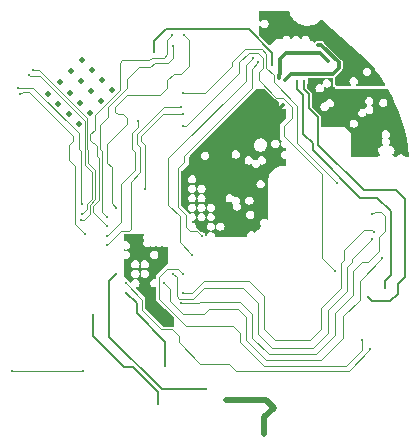
<source format=gbr>
%TF.GenerationSoftware,KiCad,Pcbnew,7.0.1*%
%TF.CreationDate,2023-12-24T21:56:23+00:00*%
%TF.ProjectId,watch_main,77617463-685f-46d6-9169-6e2e6b696361,rev?*%
%TF.SameCoordinates,Original*%
%TF.FileFunction,Copper,L6,Inr*%
%TF.FilePolarity,Positive*%
%FSLAX46Y46*%
G04 Gerber Fmt 4.6, Leading zero omitted, Abs format (unit mm)*
G04 Created by KiCad (PCBNEW 7.0.1) date 2023-12-24 21:56:23*
%MOMM*%
%LPD*%
G01*
G04 APERTURE LIST*
%TA.AperFunction,ComponentPad*%
%ADD10C,0.500000*%
%TD*%
%TA.AperFunction,ViaPad*%
%ADD11C,0.300000*%
%TD*%
%TA.AperFunction,Conductor*%
%ADD12C,0.120000*%
%TD*%
%TA.AperFunction,Conductor*%
%ADD13C,0.090000*%
%TD*%
%TA.AperFunction,Conductor*%
%ADD14C,0.300000*%
%TD*%
%TA.AperFunction,Conductor*%
%ADD15C,0.150000*%
%TD*%
%TA.AperFunction,Conductor*%
%ADD16C,0.500000*%
%TD*%
G04 APERTURE END LIST*
D10*
%TO.N,GND*%
%TO.C,U301*%
X142517157Y-85368629D03*
X141668629Y-84520101D03*
X140820101Y-83671573D03*
X139971573Y-82823045D03*
X141574584Y-86311202D03*
X140726056Y-85462674D03*
X139877528Y-84614146D03*
X139029000Y-83765618D03*
X140632011Y-87253776D03*
X139783483Y-86405248D03*
X138934954Y-85556719D03*
X138086426Y-84708191D03*
X139689437Y-88196349D03*
X138840909Y-87347821D03*
X137992381Y-86499293D03*
X137143853Y-85650765D03*
%TD*%
D11*
%TO.N,+3V3*%
X160777000Y-82906000D03*
X156697000Y-84356000D03*
%TO.N,/I2C1.SCL*%
X164529000Y-97959000D03*
%TO.N,/Bluetooth/UART_RTS*%
X135460000Y-84083000D03*
%TO.N,+VSYS*%
X160500000Y-88300000D03*
X166100000Y-87800000D03*
X163000000Y-87220000D03*
X161300000Y-85200000D03*
X159300000Y-85100000D03*
X166667500Y-89100000D03*
X165480000Y-85410000D03*
X166667500Y-89737500D03*
%TO.N,+3V3*%
X148500000Y-94500000D03*
X147320000Y-105200000D03*
X148500000Y-93700000D03*
X157000000Y-87600000D03*
X143700000Y-97700000D03*
X157000000Y-86600000D03*
X156000000Y-87600000D03*
X156500000Y-87100000D03*
X148500000Y-92900000D03*
X146900000Y-100100000D03*
X156000000Y-86600000D03*
%TO.N,/Power/PGD_1V2*%
X146100000Y-82100000D03*
X156100000Y-83200000D03*
%TO.N,VBUS*%
X157200000Y-84500000D03*
X160000000Y-81500000D03*
%TO.N,/GNSS/RST*%
X140900000Y-104400000D03*
X146400000Y-111900000D03*
%TO.N,/Flash/RSTO*%
X142100000Y-96100000D03*
X147700000Y-81600000D03*
%TO.N,/Display Power/CTRL*%
X161550000Y-93200000D03*
X148500000Y-85600000D03*
%TO.N,/FPGA/CDONE*%
X142100000Y-98500000D03*
X148400000Y-86800000D03*
%TO.N,/FPGA/CRESET_B*%
X148500000Y-87400000D03*
X145300000Y-93700000D03*
%TO.N,/Display Connector/OLED_EN*%
X161400000Y-100700000D03*
X148500000Y-88400000D03*
%TO.N,/USART1.RX*%
X147000000Y-108700000D03*
X143700000Y-102500000D03*
%TO.N,/Flash/RST*%
X148600000Y-80700000D03*
X142900000Y-95300000D03*
%TO.N,/Flash/INT*%
X147600000Y-80700000D03*
X142100000Y-96900000D03*
%TO.N,/I2C1.SDA*%
X148500000Y-102500000D03*
X164700000Y-97400000D03*
%TO.N,/I2C3.SCL*%
X164400000Y-107300000D03*
X163900000Y-94450000D03*
X165600000Y-102100000D03*
X158200000Y-84600000D03*
X143700000Y-101700000D03*
%TO.N,/I2C3.SDA*%
X163900000Y-93850000D03*
X148500000Y-100900000D03*
X158800000Y-84600000D03*
X163650000Y-106550000D03*
X164200000Y-102900000D03*
%TO.N,/I2C1.SCL*%
X147700000Y-100900000D03*
%TO.N,/LPUART1.TX*%
X140250000Y-97500000D03*
X134771000Y-85685000D03*
%TO.N,/LPUART1.RX*%
X140000000Y-95000000D03*
X134594000Y-85150000D03*
%TO.N,/Bluetooth/UART_CTS*%
X135868000Y-83678000D03*
X139858000Y-96371000D03*
%TO.N,/Bluetooth/UART_RTS*%
X140014000Y-95802000D03*
%TO.N,/STM32/LRA_EN*%
X154900000Y-83000000D03*
X150100000Y-97700000D03*
%TO.N,/STM32/HR_INT*%
X154500000Y-82600000D03*
X149312500Y-99312500D03*
%TO.N,+1V65*%
X152200000Y-111600000D03*
X156200000Y-112250000D03*
X155400000Y-114500000D03*
%TO.N,/FPGA/INT_STM*%
X142100000Y-97700000D03*
X144700000Y-88000000D03*
%TO.N,/Power/VBUS_PROTECTED*%
X155500000Y-80700000D03*
X155750000Y-81200000D03*
X161900000Y-84780000D03*
X156000000Y-80700000D03*
%TO.N,/GNSS/ANT_OFF*%
X140100000Y-109100000D03*
X134036000Y-109172000D03*
%TO.N,/GNSS/PPS*%
X150500000Y-110700000D03*
X142900000Y-100900000D03*
%TO.N,/STM32/TOUCH_INT*%
X164567000Y-95883000D03*
X148400000Y-103400000D03*
%TO.N,/STM32/TOUCH_RST*%
X165400000Y-99600000D03*
X146900000Y-101700000D03*
%TD*%
D12*
%TO.N,/GNSS/ANT_OFF*%
X134108000Y-109100000D02*
X140100000Y-109100000D01*
X134036000Y-109172000D02*
X134108000Y-109100000D01*
D13*
%TO.N,/STM32/TOUCH_INT*%
X149900000Y-103400000D02*
X148400000Y-103400000D01*
X150005000Y-103295000D02*
X149900000Y-103400000D01*
X153395000Y-103295000D02*
X150005000Y-103295000D01*
X154400000Y-104300000D02*
X153395000Y-103295000D01*
X154400000Y-106300000D02*
X154400000Y-104300000D01*
X159800000Y-107700000D02*
X155800000Y-107700000D01*
X161400000Y-106100000D02*
X159800000Y-107700000D01*
X155800000Y-107700000D02*
X154400000Y-106300000D01*
X161400000Y-104200000D02*
X161400000Y-106100000D01*
X162900000Y-100700000D02*
X162900000Y-102700000D01*
X163700000Y-99900000D02*
X162900000Y-100700000D01*
X164200000Y-99900000D02*
X163700000Y-99900000D01*
X162900000Y-102700000D02*
X161400000Y-104200000D01*
X165650000Y-96000000D02*
X165650000Y-97250000D01*
X165127000Y-97773000D02*
X165127000Y-98973000D01*
X164800000Y-95650000D02*
X165300000Y-95650000D01*
X165127000Y-98973000D02*
X164200000Y-99900000D01*
X165650000Y-97250000D02*
X165127000Y-97773000D01*
X164567000Y-95883000D02*
X164800000Y-95650000D01*
X165300000Y-95650000D02*
X165650000Y-96000000D01*
D14*
%TO.N,+3V3*%
X156697000Y-84078000D02*
X156697000Y-84356000D01*
X157250000Y-82250000D02*
X156750000Y-82750000D01*
X160157107Y-82250000D02*
X157250000Y-82250000D01*
X160777000Y-82869893D02*
X160157107Y-82250000D01*
X156750000Y-82750000D02*
X156750000Y-84025000D01*
X156750000Y-84025000D02*
X156697000Y-84078000D01*
X160777000Y-82906000D02*
X160777000Y-82869893D01*
D13*
%TO.N,/Display Connector/OLED_EN*%
X160300000Y-99600000D02*
X161400000Y-100700000D01*
X160300000Y-92458615D02*
X160300000Y-99600000D01*
X157120692Y-89279308D02*
X160300000Y-92458615D01*
X157120692Y-88379308D02*
X157120692Y-89279308D01*
X157750000Y-87750000D02*
X157120692Y-88379308D01*
X157750000Y-86750000D02*
X157750000Y-87750000D01*
X157000000Y-86000000D02*
X157750000Y-86750000D01*
X156432000Y-86000000D02*
X157000000Y-86000000D01*
X154964000Y-84532000D02*
X156432000Y-86000000D01*
X153300000Y-83000000D02*
X154100000Y-82200000D01*
X155300000Y-83500000D02*
X154964000Y-83836000D01*
X153300000Y-83900000D02*
X153300000Y-83000000D01*
X154100000Y-82200000D02*
X154900000Y-82200000D01*
X155300000Y-82600000D02*
X155300000Y-83500000D01*
X148800000Y-88400000D02*
X153300000Y-83900000D01*
X154900000Y-82200000D02*
X155300000Y-82600000D01*
X154964000Y-83836000D02*
X154964000Y-84532000D01*
X148500000Y-88400000D02*
X148800000Y-88400000D01*
%TO.N,/Bluetooth/UART_RTS*%
X136400000Y-84200000D02*
X135577000Y-84200000D01*
X135577000Y-84200000D02*
X135460000Y-84083000D01*
X140200000Y-88000000D02*
X136400000Y-84200000D01*
X140200000Y-91677279D02*
X140200000Y-88000000D01*
X140400000Y-94958615D02*
X140800000Y-94558615D01*
X140800000Y-94558615D02*
X140800000Y-92277279D01*
X140400000Y-95416000D02*
X140400000Y-94958615D01*
X140014000Y-95802000D02*
X140400000Y-95416000D01*
X140800000Y-92277279D02*
X140200000Y-91677279D01*
%TO.N,/Bluetooth/UART_CTS*%
X136378000Y-83678000D02*
X135868000Y-83678000D01*
X140405000Y-87705000D02*
X136378000Y-83678000D01*
X140505000Y-90463615D02*
X140405000Y-90363615D01*
X140405000Y-90363615D02*
X140405000Y-87705000D01*
X141100000Y-94600000D02*
X141100000Y-92100000D01*
X140650000Y-95050000D02*
X141100000Y-94600000D01*
X140505000Y-91505000D02*
X140505000Y-90463615D01*
X140650000Y-95850000D02*
X140650000Y-95050000D01*
X140129000Y-96371000D02*
X140650000Y-95850000D01*
X139858000Y-96371000D02*
X140129000Y-96371000D01*
X141100000Y-92100000D02*
X140505000Y-91505000D01*
%TO.N,/I2C1.SCL*%
X148000000Y-101200000D02*
X147700000Y-100900000D01*
X148000000Y-102800000D02*
X148000000Y-101200000D01*
X149400000Y-103000000D02*
X148200000Y-103000000D01*
X150300000Y-102100000D02*
X149400000Y-103000000D01*
X153600000Y-102100000D02*
X150300000Y-102100000D01*
X154900000Y-103400000D02*
X153600000Y-102100000D01*
X154900000Y-106000000D02*
X154900000Y-103400000D01*
X156100000Y-107200000D02*
X154900000Y-106000000D01*
X159500000Y-107200000D02*
X156100000Y-107200000D01*
X160800000Y-105900000D02*
X159500000Y-107200000D01*
X162400000Y-102400000D02*
X160800000Y-104000000D01*
X162800000Y-99900000D02*
X162400000Y-100300000D01*
X160800000Y-104000000D02*
X160800000Y-105900000D01*
X148200000Y-103000000D02*
X148000000Y-102800000D01*
X164500000Y-97988000D02*
X162800000Y-99688000D01*
X162400000Y-100300000D02*
X162400000Y-102400000D01*
X162800000Y-99688000D02*
X162800000Y-99900000D01*
%TO.N,/LPUART1.RX*%
X139905000Y-94905000D02*
X140000000Y-95000000D01*
X139905000Y-93135343D02*
X139905000Y-94905000D01*
X139900000Y-93130343D02*
X139905000Y-93135343D01*
X139700000Y-90300000D02*
X139900000Y-90500000D01*
X139700000Y-89000000D02*
X139700000Y-90300000D01*
X135850000Y-85150000D02*
X139700000Y-89000000D01*
X139900000Y-90500000D02*
X139900000Y-93130343D01*
X134594000Y-85150000D02*
X135850000Y-85150000D01*
%TO.N,/LPUART1.TX*%
X139400000Y-96650000D02*
X140250000Y-97500000D01*
X139400000Y-91800000D02*
X139400000Y-96650000D01*
X139200000Y-89700000D02*
X138905000Y-89995000D01*
X139200000Y-89200000D02*
X139200000Y-89700000D01*
X138905000Y-91305000D02*
X139400000Y-91800000D01*
X134946000Y-85510000D02*
X135510000Y-85510000D01*
X134771000Y-85685000D02*
X134946000Y-85510000D01*
X135510000Y-85510000D02*
X139200000Y-89200000D01*
X138905000Y-89995000D02*
X138905000Y-91305000D01*
D15*
%TO.N,/GNSS/RST*%
X146400000Y-110944000D02*
X146400000Y-111900000D01*
X143500000Y-108811745D02*
X144267745Y-108811745D01*
X144267745Y-108811745D02*
X146400000Y-110944000D01*
X140900000Y-104400000D02*
X140900000Y-106211745D01*
X140900000Y-106211745D02*
X143500000Y-108811745D01*
%TO.N,/GNSS/PPS*%
X142300000Y-106249000D02*
X142300000Y-101500000D01*
X142300000Y-101500000D02*
X142900000Y-100900000D01*
X146751000Y-110700000D02*
X142300000Y-106249000D01*
X150500000Y-110700000D02*
X146751000Y-110700000D01*
D13*
%TO.N,/Flash/RST*%
X142500000Y-94900000D02*
X142900000Y-95300000D01*
X142500000Y-91900000D02*
X142500000Y-94900000D01*
X142100000Y-91500000D02*
X142500000Y-91900000D01*
X143800000Y-88200000D02*
X142100000Y-89900000D01*
X143800000Y-87720207D02*
X143800000Y-88200000D01*
X143474793Y-87395000D02*
X143800000Y-87720207D01*
X142995000Y-87395000D02*
X143474793Y-87395000D01*
X142805000Y-87205000D02*
X142995000Y-87395000D01*
X142805000Y-86795000D02*
X142805000Y-87205000D01*
X143800000Y-85800000D02*
X142805000Y-86795000D01*
X146600000Y-85800000D02*
X143800000Y-85800000D01*
X147750000Y-83950000D02*
X147200000Y-84500000D01*
X149025000Y-81125000D02*
X149025000Y-83275000D01*
X148350000Y-83950000D02*
X147750000Y-83950000D01*
X147200000Y-84500000D02*
X147200000Y-85200000D01*
X142100000Y-89900000D02*
X142100000Y-91500000D01*
X148600000Y-80700000D02*
X149025000Y-81125000D01*
X149025000Y-83275000D02*
X148350000Y-83950000D01*
X147200000Y-85200000D02*
X146600000Y-85800000D01*
%TO.N,/STM32/LRA_EN*%
X149700000Y-97300000D02*
X150100000Y-97700000D01*
X149141385Y-97300000D02*
X149700000Y-97300000D01*
X148750000Y-96908615D02*
X149141385Y-97300000D01*
X148100000Y-95250000D02*
X148750000Y-95900000D01*
X148100000Y-91979307D02*
X148100000Y-95250000D01*
X148600000Y-91479307D02*
X148100000Y-91979307D01*
X154350000Y-85150000D02*
X148600000Y-90900000D01*
X154350000Y-83550000D02*
X154350000Y-85150000D01*
X148750000Y-95900000D02*
X148750000Y-96908615D01*
X154900000Y-83000000D02*
X154350000Y-83550000D01*
X148600000Y-90900000D02*
X148600000Y-91479307D01*
D14*
%TO.N,+3V3*%
X156500000Y-87100000D02*
X157000000Y-86600000D01*
D15*
%TO.N,/Power/PGD_1V2*%
X147100000Y-80200000D02*
X154100000Y-80200000D01*
X146100000Y-81200000D02*
X147100000Y-80200000D01*
X154100000Y-80200000D02*
X156100000Y-82200000D01*
X146100000Y-82100000D02*
X146100000Y-81200000D01*
X156100000Y-82200000D02*
X156100000Y-83200000D01*
D14*
%TO.N,VBUS*%
X157700000Y-84000000D02*
X161250000Y-84000000D01*
X157200000Y-84500000D02*
X157700000Y-84000000D01*
X160250000Y-81500000D02*
X160000000Y-81500000D01*
X161750000Y-83500000D02*
X161750000Y-83000000D01*
X161750000Y-83000000D02*
X160250000Y-81500000D01*
X161250000Y-84000000D02*
X161750000Y-83500000D01*
D13*
%TO.N,/Flash/RSTO*%
X146123959Y-83075000D02*
X147225000Y-83075000D01*
X143800000Y-85200000D02*
X143800000Y-84450000D01*
X147225000Y-83075000D02*
X147700000Y-82600000D01*
X147700000Y-82600000D02*
X147700000Y-81600000D01*
X143800000Y-84450000D02*
X144825000Y-83425000D01*
X142100000Y-96100000D02*
X141700000Y-95700000D01*
X142200000Y-86800000D02*
X143800000Y-85200000D01*
X141700000Y-90541385D02*
X141505000Y-90346385D01*
X144825000Y-83425000D02*
X145773959Y-83425000D01*
X142200000Y-87600000D02*
X142200000Y-86800000D01*
X141505000Y-90346385D02*
X141505000Y-88295000D01*
X145773959Y-83425000D02*
X146123959Y-83075000D01*
X141700000Y-95700000D02*
X141700000Y-90541385D01*
X141505000Y-88295000D02*
X142200000Y-87600000D01*
%TO.N,/Display Power/CTRL*%
X158200000Y-86700000D02*
X158200000Y-89850000D01*
X158200000Y-89850000D02*
X161550000Y-93200000D01*
X156200000Y-84700000D02*
X158200000Y-86700000D01*
X148500000Y-85600000D02*
X150400000Y-85600000D01*
X152700000Y-83300000D02*
X152700000Y-83000000D01*
X153790000Y-81910000D02*
X155210000Y-81910000D01*
X155600000Y-83500000D02*
X156200000Y-84100000D01*
X155210000Y-81910000D02*
X155600000Y-82300000D01*
X156200000Y-84100000D02*
X156200000Y-84700000D01*
X152700000Y-83000000D02*
X153790000Y-81910000D01*
X150400000Y-85600000D02*
X152700000Y-83300000D01*
X155600000Y-82300000D02*
X155600000Y-83500000D01*
%TO.N,/FPGA/CDONE*%
X144100000Y-93100000D02*
X144100000Y-97150000D01*
X144600000Y-89900000D02*
X144900000Y-90200000D01*
X144600000Y-89100000D02*
X144600000Y-89900000D01*
X144100000Y-97150000D02*
X143945000Y-97305000D01*
X146900000Y-86800000D02*
X144600000Y-89100000D01*
X143295000Y-97305000D02*
X142100000Y-98500000D01*
X148400000Y-86800000D02*
X146900000Y-86800000D01*
X144900000Y-90200000D02*
X144900000Y-92300000D01*
X143945000Y-97305000D02*
X143295000Y-97305000D01*
X144900000Y-92300000D02*
X144100000Y-93100000D01*
%TO.N,/FPGA/CRESET_B*%
X145300000Y-90000000D02*
X145300000Y-93700000D01*
X145000000Y-89250000D02*
X145000000Y-89700000D01*
X146850000Y-87400000D02*
X145000000Y-89250000D01*
X148500000Y-87400000D02*
X146850000Y-87400000D01*
X145000000Y-89700000D02*
X145300000Y-90000000D01*
D15*
%TO.N,/USART1.RX*%
X144600000Y-103400000D02*
X143700000Y-102500000D01*
X147000000Y-108700000D02*
X147000000Y-106649480D01*
X147000000Y-106649480D02*
X144600000Y-104249480D01*
X144600000Y-104249480D02*
X144600000Y-103400000D01*
D13*
%TO.N,/Flash/INT*%
X143400000Y-82835000D02*
X145690000Y-82835000D01*
X143217500Y-85382500D02*
X143217500Y-83017500D01*
X143217500Y-83017500D02*
X143400000Y-82835000D01*
X140941385Y-89800000D02*
X140700000Y-89558615D01*
X141400000Y-91141385D02*
X141229308Y-90970692D01*
X140700000Y-89558615D02*
X140700000Y-89100000D01*
X140905000Y-95705000D02*
X140905000Y-95136385D01*
X140905000Y-95136385D02*
X141400000Y-94641385D01*
X141100000Y-88700000D02*
X141100000Y-87500000D01*
X145690000Y-82835000D02*
X145925000Y-82600000D01*
X142100000Y-96900000D02*
X140905000Y-95705000D01*
X145925000Y-82600000D02*
X146900000Y-82600000D01*
X141229308Y-90070693D02*
X140958615Y-89800000D01*
X141100000Y-87500000D02*
X143217500Y-85382500D01*
X141229308Y-90970692D02*
X141229308Y-90070693D01*
X140958615Y-89800000D02*
X140941385Y-89800000D01*
X147200000Y-81100000D02*
X147600000Y-80700000D01*
X146900000Y-82600000D02*
X147200000Y-82300000D01*
X147200000Y-82300000D02*
X147200000Y-81100000D01*
X140700000Y-89100000D02*
X141100000Y-88700000D01*
X141400000Y-94641385D02*
X141400000Y-91141385D01*
%TO.N,/I2C1.SDA*%
X164700000Y-97400000D02*
X164698959Y-97400000D01*
X156300000Y-106500000D02*
X155400000Y-105600000D01*
X155400000Y-102800000D02*
X154100000Y-101500000D01*
X160200000Y-103800000D02*
X160200000Y-105600000D01*
X161900000Y-102100000D02*
X160200000Y-103800000D01*
X164698959Y-97400000D02*
X164498959Y-97200000D01*
X163900000Y-97200000D02*
X162200000Y-98900000D01*
X154100000Y-101500000D02*
X150300000Y-101500000D01*
X162200000Y-98900000D02*
X162200000Y-99700000D01*
X150300000Y-101500000D02*
X149300000Y-102500000D01*
X149300000Y-102500000D02*
X148500000Y-102500000D01*
X155400000Y-105600000D02*
X155400000Y-102800000D01*
X162200000Y-99700000D02*
X161900000Y-100000000D01*
X159300000Y-106500000D02*
X156300000Y-106500000D01*
X164498959Y-97200000D02*
X163900000Y-97200000D01*
X161900000Y-100000000D02*
X161900000Y-102100000D01*
X160200000Y-105600000D02*
X159300000Y-106500000D01*
%TO.N,/I2C3.SCL*%
X145100000Y-104000000D02*
X146700000Y-105600000D01*
D15*
X158700000Y-85800000D02*
X158700000Y-89050000D01*
X165600000Y-101500000D02*
X166125000Y-100975000D01*
D13*
X152400000Y-108500000D02*
X153000000Y-109100000D01*
D15*
X166125000Y-100975000D02*
X166125000Y-95625000D01*
D13*
X145100000Y-103100000D02*
X145100000Y-104000000D01*
X156205000Y-109105000D02*
X162595000Y-109105000D01*
D15*
X159500000Y-90400000D02*
X163550000Y-94450000D01*
X158700000Y-89050000D02*
X159500000Y-89850000D01*
X159500000Y-89850000D02*
X159500000Y-90400000D01*
X166125000Y-95625000D02*
X164950000Y-94450000D01*
D13*
X146700000Y-105600000D02*
X147600000Y-105600000D01*
D15*
X164950000Y-94450000D02*
X163900000Y-94450000D01*
D13*
X156200000Y-109100000D02*
X156205000Y-109105000D01*
X143700000Y-101700000D02*
X145100000Y-103100000D01*
D15*
X165600000Y-102100000D02*
X165600000Y-101500000D01*
D13*
X147600000Y-105600000D02*
X148200000Y-106200000D01*
D15*
X163550000Y-94450000D02*
X163900000Y-94450000D01*
X158200000Y-84600000D02*
X158200000Y-85300000D01*
D13*
X148200000Y-106700000D02*
X150000000Y-108500000D01*
X153000000Y-109100000D02*
X156200000Y-109100000D01*
X150000000Y-108500000D02*
X152400000Y-108500000D01*
D15*
X158200000Y-85300000D02*
X158700000Y-85800000D01*
D13*
X148200000Y-106200000D02*
X148200000Y-106700000D01*
X162595000Y-109105000D02*
X164400000Y-107300000D01*
D15*
%TO.N,/I2C3.SDA*%
X166700000Y-102600000D02*
X166100000Y-103200000D01*
X163900000Y-93850000D02*
X166600000Y-93850000D01*
D13*
X148795000Y-105295000D02*
X152795000Y-105295000D01*
D15*
X166700000Y-101750000D02*
X166700000Y-102600000D01*
X159200000Y-85700000D02*
X159200000Y-86850000D01*
D13*
X152795000Y-105295000D02*
X153400000Y-105900000D01*
D15*
X167300000Y-101150000D02*
X166700000Y-101750000D01*
X164500000Y-103200000D02*
X164200000Y-102900000D01*
X160000000Y-90000000D02*
X163850000Y-93850000D01*
D13*
X146500000Y-103000000D02*
X148795000Y-105295000D01*
D15*
X160000000Y-87650000D02*
X160000000Y-90000000D01*
X158800000Y-84600000D02*
X158800000Y-85300000D01*
D13*
X162300000Y-108700000D02*
X163650000Y-107350000D01*
X147200000Y-100500000D02*
X146500000Y-101200000D01*
D15*
X166600000Y-93850000D02*
X167300000Y-94550000D01*
X159200000Y-86850000D02*
X160000000Y-87650000D01*
X166100000Y-103200000D02*
X164500000Y-103200000D01*
D13*
X146500000Y-101200000D02*
X146500000Y-103000000D01*
D15*
X167300000Y-94550000D02*
X167300000Y-101150000D01*
D13*
X155400000Y-108700000D02*
X162300000Y-108700000D01*
X148100000Y-100500000D02*
X147200000Y-100500000D01*
X153400000Y-106700000D02*
X155400000Y-108700000D01*
D15*
X163850000Y-93850000D02*
X163900000Y-93850000D01*
X158800000Y-85300000D02*
X159200000Y-85700000D01*
D13*
X153400000Y-105900000D02*
X153400000Y-106700000D01*
X163650000Y-107350000D02*
X163650000Y-106550000D01*
X148500000Y-100900000D02*
X148100000Y-100500000D01*
%TO.N,/STM32/HR_INT*%
X153850000Y-83250000D02*
X154500000Y-82600000D01*
X148250000Y-96050000D02*
X147300000Y-95100000D01*
X147300000Y-91100000D02*
X153850000Y-84550000D01*
X147300000Y-95100000D02*
X147300000Y-91100000D01*
X153850000Y-84550000D02*
X153850000Y-83250000D01*
X148250000Y-98250000D02*
X148250000Y-96050000D01*
X149312500Y-99312500D02*
X148250000Y-98250000D01*
D16*
%TO.N,+1V65*%
X155550000Y-111600000D02*
X156200000Y-112250000D01*
X155400000Y-114500000D02*
X155400000Y-113050000D01*
X155400000Y-113050000D02*
X156200000Y-112250000D01*
X152200000Y-111600000D02*
X155550000Y-111600000D01*
D13*
%TO.N,/FPGA/INT_STM*%
X144200000Y-90300000D02*
X144500000Y-90600000D01*
X144700000Y-88500000D02*
X144200000Y-89000000D01*
X144500000Y-90600000D02*
X144500000Y-92100000D01*
X144500000Y-92100000D02*
X143300000Y-93300000D01*
X144200000Y-89000000D02*
X144200000Y-90300000D01*
X143300000Y-93300000D02*
X143300000Y-96500000D01*
X143300000Y-96500000D02*
X142100000Y-97700000D01*
X144700000Y-88000000D02*
X144700000Y-88500000D01*
%TO.N,/STM32/TOUCH_RST*%
X165398959Y-99600000D02*
X163500000Y-101498959D01*
X163500000Y-101498959D02*
X163500000Y-103098959D01*
X165400000Y-99600000D02*
X165398959Y-99600000D01*
X150700000Y-103900000D02*
X150300000Y-104300000D01*
X147400000Y-103200000D02*
X147400000Y-102200000D01*
X162100000Y-106300000D02*
X160200000Y-108200000D01*
X163500000Y-103098959D02*
X162100000Y-104498959D01*
X153900000Y-104600000D02*
X153200000Y-103900000D01*
X148500000Y-104300000D02*
X147400000Y-103200000D01*
X155600000Y-108200000D02*
X153900000Y-106500000D01*
X162100000Y-104498959D02*
X162100000Y-106300000D01*
X150300000Y-104300000D02*
X148500000Y-104300000D01*
X153900000Y-106500000D02*
X153900000Y-104600000D01*
X147400000Y-102200000D02*
X146900000Y-101700000D01*
X153200000Y-103900000D02*
X150700000Y-103900000D01*
X160200000Y-108200000D02*
X155600000Y-108200000D01*
%TD*%
%TA.AperFunction,Conductor*%
%TO.N,/Power/VBUS_PROTECTED*%
G36*
X157516028Y-78667334D02*
G01*
X157541635Y-78710190D01*
X157552179Y-78763712D01*
X157630254Y-78981745D01*
X157739853Y-79185772D01*
X157878534Y-79371246D01*
X158043229Y-79534070D01*
X158230280Y-79670622D01*
X158331879Y-79723710D01*
X158435541Y-79777876D01*
X158654455Y-79853454D01*
X158882166Y-79895676D01*
X159113623Y-79903608D01*
X159343690Y-79877073D01*
X159567265Y-79816660D01*
X159779385Y-79723709D01*
X159975347Y-79600281D01*
X160150802Y-79449117D01*
X160164745Y-79432905D01*
X160176616Y-79419101D01*
X160208783Y-79397330D01*
X160247547Y-79394851D01*
X160282225Y-79412347D01*
X164328533Y-83054024D01*
X164336535Y-83062453D01*
X164776349Y-83605477D01*
X164778623Y-83608435D01*
X165202664Y-84189603D01*
X165204785Y-84192668D01*
X165599017Y-84794508D01*
X165600966Y-84797654D01*
X165619947Y-84830087D01*
X165654204Y-84888623D01*
X165664336Y-84925673D01*
X165654531Y-84962811D01*
X165627431Y-84990031D01*
X165590337Y-85000000D01*
X163274334Y-85000000D01*
X163233222Y-84987529D01*
X163205967Y-84954319D01*
X163201756Y-84911563D01*
X163222008Y-84873674D01*
X163241985Y-84853697D01*
X163265595Y-84830087D01*
X163316000Y-84731161D01*
X163333369Y-84621500D01*
X163316000Y-84511839D01*
X163265595Y-84412913D01*
X163187087Y-84334405D01*
X163088161Y-84284000D01*
X162978500Y-84266631D01*
X162978499Y-84266631D01*
X162923669Y-84275315D01*
X162868839Y-84284000D01*
X162839959Y-84298715D01*
X162769912Y-84334405D01*
X162691405Y-84412912D01*
X162671988Y-84451021D01*
X162641000Y-84511839D01*
X162623631Y-84621500D01*
X162641000Y-84731161D01*
X162682855Y-84813306D01*
X162691405Y-84830087D01*
X162734992Y-84873674D01*
X162755244Y-84911563D01*
X162751033Y-84954319D01*
X162723778Y-84987529D01*
X162682666Y-85000000D01*
X161626334Y-85000000D01*
X161598015Y-84994367D01*
X161574008Y-84978326D01*
X161508587Y-84912905D01*
X161445905Y-84880967D01*
X161416405Y-84853697D01*
X161405500Y-84815032D01*
X161405500Y-84374499D01*
X161400510Y-84336597D01*
X161400202Y-84334254D01*
X161398688Y-84328607D01*
X161398688Y-84290305D01*
X161417839Y-84257131D01*
X161422762Y-84252207D01*
X161422765Y-84252206D01*
X161431767Y-84243202D01*
X161445131Y-84232618D01*
X161455952Y-84225919D01*
X161474144Y-84201827D01*
X161480857Y-84194112D01*
X161874969Y-83800000D01*
X163755131Y-83800000D01*
X163772500Y-83909661D01*
X163822905Y-84008587D01*
X163901413Y-84087095D01*
X164000339Y-84137500D01*
X164110000Y-84154869D01*
X164219661Y-84137500D01*
X164318587Y-84087095D01*
X164397095Y-84008587D01*
X164447500Y-83909661D01*
X164464869Y-83800000D01*
X164447500Y-83690339D01*
X164397095Y-83591413D01*
X164318587Y-83512905D01*
X164219661Y-83462500D01*
X164110000Y-83445131D01*
X164000339Y-83462500D01*
X163967673Y-83479144D01*
X163901412Y-83512905D01*
X163822905Y-83591412D01*
X163801220Y-83633973D01*
X163772500Y-83690339D01*
X163755131Y-83800000D01*
X161874969Y-83800000D01*
X161919289Y-83755680D01*
X161931641Y-83746795D01*
X161934226Y-83743958D01*
X161934228Y-83743958D01*
X161966260Y-83708819D01*
X161968578Y-83706391D01*
X161982174Y-83692797D01*
X161983218Y-83691272D01*
X161989585Y-83683234D01*
X162009916Y-83660933D01*
X162014514Y-83649063D01*
X162022465Y-83633977D01*
X162029657Y-83623480D01*
X162036568Y-83594094D01*
X162039592Y-83584328D01*
X162050500Y-83556173D01*
X162050500Y-83543448D01*
X162052466Y-83526504D01*
X162055379Y-83514118D01*
X162051210Y-83484234D01*
X162050500Y-83474009D01*
X162050500Y-83061088D01*
X162052950Y-83046067D01*
X162050820Y-82999999D01*
X162050578Y-82994772D01*
X162050500Y-82991357D01*
X162050500Y-82972157D01*
X162050160Y-82970340D01*
X162048977Y-82960153D01*
X162047585Y-82930008D01*
X162042442Y-82918360D01*
X162037398Y-82902070D01*
X162035061Y-82889567D01*
X162019174Y-82863908D01*
X162014402Y-82854855D01*
X162002206Y-82827234D01*
X161993204Y-82818232D01*
X161982616Y-82804864D01*
X161975918Y-82794047D01*
X161951841Y-82775865D01*
X161944110Y-82769138D01*
X160505681Y-81330710D01*
X160496793Y-81318357D01*
X160493958Y-81315772D01*
X160458844Y-81283761D01*
X160456372Y-81281401D01*
X160442794Y-81267823D01*
X160441267Y-81266777D01*
X160433239Y-81260418D01*
X160410933Y-81240083D01*
X160399065Y-81235486D01*
X160383979Y-81227535D01*
X160373480Y-81220343D01*
X160344108Y-81213435D01*
X160334321Y-81210404D01*
X160306174Y-81199500D01*
X160306173Y-81199500D01*
X160293447Y-81199500D01*
X160276505Y-81197534D01*
X160271397Y-81196332D01*
X160264117Y-81194620D01*
X160234234Y-81198790D01*
X160224009Y-81199500D01*
X160200044Y-81199500D01*
X160166449Y-81191435D01*
X160166406Y-81191413D01*
X160109661Y-81162500D01*
X160000000Y-81145131D01*
X159999999Y-81145131D01*
X159945169Y-81153815D01*
X159890339Y-81162500D01*
X159870713Y-81172500D01*
X159791412Y-81212905D01*
X159704617Y-81299701D01*
X159702800Y-81297884D01*
X159684333Y-81316348D01*
X159639164Y-81323498D01*
X159598418Y-81302736D01*
X159518587Y-81222905D01*
X159500001Y-81213435D01*
X159419661Y-81172500D01*
X159315507Y-81156003D01*
X159274759Y-81135241D01*
X159253996Y-81094491D01*
X159248929Y-81062500D01*
X159237500Y-80990339D01*
X159187095Y-80891413D01*
X159108587Y-80812905D01*
X159009661Y-80762500D01*
X158900000Y-80745131D01*
X158899999Y-80745131D01*
X158866462Y-80750443D01*
X158790339Y-80762500D01*
X158758423Y-80778762D01*
X158691412Y-80812905D01*
X158612905Y-80891412D01*
X158578165Y-80959595D01*
X158550895Y-80989095D01*
X158512230Y-81000000D01*
X158487770Y-81000000D01*
X158449105Y-80989095D01*
X158421835Y-80959595D01*
X158387094Y-80891412D01*
X158308587Y-80812905D01*
X158308586Y-80812904D01*
X158209661Y-80762500D01*
X158100000Y-80745131D01*
X158099999Y-80745131D01*
X158066462Y-80750443D01*
X157990339Y-80762500D01*
X157958423Y-80778762D01*
X157891412Y-80812905D01*
X157812905Y-80891412D01*
X157778165Y-80959595D01*
X157750895Y-80989095D01*
X157712230Y-81000000D01*
X157687770Y-81000000D01*
X157649105Y-80989095D01*
X157621835Y-80959595D01*
X157587094Y-80891412D01*
X157508587Y-80812905D01*
X157508586Y-80812904D01*
X157409661Y-80762500D01*
X157300000Y-80745131D01*
X157299999Y-80745131D01*
X157266462Y-80750443D01*
X157190339Y-80762500D01*
X157158423Y-80778762D01*
X157091412Y-80812905D01*
X157012905Y-80891412D01*
X156978165Y-80959595D01*
X156950895Y-80989095D01*
X156912230Y-81000000D01*
X156500000Y-81000000D01*
X156021674Y-81478326D01*
X155997667Y-81494367D01*
X155969348Y-81500000D01*
X155749558Y-81500000D01*
X155721239Y-81494367D01*
X155697232Y-81478326D01*
X155364037Y-81145131D01*
X155021673Y-80802767D01*
X155005633Y-80778762D01*
X155000000Y-80750443D01*
X155000000Y-79956353D01*
X155015887Y-79910540D01*
X155056725Y-79884398D01*
X155104981Y-79889150D01*
X155139934Y-79922758D01*
X155142903Y-79928585D01*
X155142905Y-79928586D01*
X155142905Y-79928587D01*
X155221413Y-80007095D01*
X155320339Y-80057500D01*
X155430000Y-80074869D01*
X155539661Y-80057500D01*
X155638587Y-80007095D01*
X155717095Y-79928587D01*
X155767500Y-79829661D01*
X155784869Y-79720000D01*
X155767500Y-79610339D01*
X155717095Y-79511413D01*
X155638587Y-79432905D01*
X155539661Y-79382500D01*
X155430000Y-79365131D01*
X155320339Y-79382500D01*
X155270876Y-79407702D01*
X155221412Y-79432905D01*
X155142903Y-79511414D01*
X155139934Y-79517242D01*
X155104981Y-79550850D01*
X155056725Y-79555602D01*
X155015887Y-79529460D01*
X155000000Y-79483647D01*
X155000000Y-78724494D01*
X155009914Y-78687494D01*
X155037000Y-78660408D01*
X155074000Y-78650494D01*
X157469031Y-78650494D01*
X157516028Y-78667334D01*
G37*
%TD.AperFunction*%
%TD*%
%TA.AperFunction,Conductor*%
%TO.N,+VSYS*%
G36*
X160606612Y-84316387D02*
G01*
X160632754Y-84357225D01*
X160628001Y-84405481D01*
X160594394Y-84440435D01*
X160590341Y-84442499D01*
X160590339Y-84442500D01*
X160523755Y-84476425D01*
X160491412Y-84492905D01*
X160412905Y-84571412D01*
X160398340Y-84599999D01*
X160362500Y-84670339D01*
X160345131Y-84780000D01*
X160347673Y-84796052D01*
X160348518Y-84801382D01*
X160343796Y-84841276D01*
X160318926Y-84872825D01*
X160281236Y-84886730D01*
X160241835Y-84878893D01*
X160209661Y-84862500D01*
X160100000Y-84845131D01*
X159990339Y-84862500D01*
X159958166Y-84878893D01*
X159891412Y-84912905D01*
X159812905Y-84991412D01*
X159787702Y-85040876D01*
X159762500Y-85090339D01*
X159745131Y-85200000D01*
X159762500Y-85309661D01*
X159812905Y-85408587D01*
X159891413Y-85487095D01*
X159990339Y-85537500D01*
X160100000Y-85554869D01*
X160209661Y-85537500D01*
X160308587Y-85487095D01*
X160387095Y-85408587D01*
X160437500Y-85309661D01*
X160454869Y-85200000D01*
X160451481Y-85178613D01*
X160456202Y-85138724D01*
X160481073Y-85107174D01*
X160518763Y-85093269D01*
X160558162Y-85101105D01*
X160590339Y-85117500D01*
X160700000Y-85134869D01*
X160809661Y-85117500D01*
X160908587Y-85067095D01*
X160987095Y-84988587D01*
X161037500Y-84889661D01*
X161054869Y-84780000D01*
X161037500Y-84670339D01*
X160987095Y-84571413D01*
X160908587Y-84492905D01*
X160809661Y-84442500D01*
X160809657Y-84442499D01*
X160805606Y-84440435D01*
X160771999Y-84405481D01*
X160767246Y-84357225D01*
X160793388Y-84316387D01*
X160839201Y-84300500D01*
X161176000Y-84300500D01*
X161213000Y-84310414D01*
X161240086Y-84337500D01*
X161250000Y-84374500D01*
X161250000Y-85250000D01*
X165823258Y-85250000D01*
X165860069Y-85259806D01*
X165887125Y-85286624D01*
X165964350Y-85418583D01*
X165966153Y-85421849D01*
X166297775Y-86060300D01*
X166299411Y-86063654D01*
X166598431Y-86718012D01*
X166599895Y-86721443D01*
X166786204Y-87190339D01*
X166858155Y-87371426D01*
X166865548Y-87390031D01*
X166866836Y-87393528D01*
X166902491Y-87498383D01*
X167098448Y-88074655D01*
X167099560Y-88078216D01*
X167296549Y-88770164D01*
X167297480Y-88773777D01*
X167459343Y-89474784D01*
X167460090Y-89478440D01*
X167586405Y-90186675D01*
X167586968Y-90190364D01*
X167677429Y-90904116D01*
X167677804Y-90907824D01*
X167678758Y-90920404D01*
X167670841Y-90959721D01*
X167643575Y-90989132D01*
X167604970Y-91000000D01*
X167356163Y-91000000D01*
X167317498Y-90989095D01*
X167290228Y-90959595D01*
X167274594Y-90928912D01*
X167196087Y-90850405D01*
X167185736Y-90845131D01*
X167097161Y-90800000D01*
X166987500Y-90782631D01*
X166877839Y-90800000D01*
X166828375Y-90825202D01*
X166778912Y-90850405D01*
X166700405Y-90928912D01*
X166684772Y-90959595D01*
X166657502Y-90989095D01*
X166618837Y-91000000D01*
X166456163Y-91000000D01*
X166417498Y-90989095D01*
X166390228Y-90959595D01*
X166374594Y-90928912D01*
X166287799Y-90842117D01*
X166288755Y-90841160D01*
X166272534Y-90826167D01*
X166261628Y-90787500D01*
X166272534Y-90748833D01*
X166288755Y-90733839D01*
X166287799Y-90732883D01*
X166296087Y-90724595D01*
X166374595Y-90646087D01*
X166425000Y-90547161D01*
X166442369Y-90437500D01*
X166425000Y-90327839D01*
X166374595Y-90228913D01*
X166296087Y-90150405D01*
X166197161Y-90100000D01*
X166087500Y-90082631D01*
X166087499Y-90082631D01*
X166058708Y-90087191D01*
X166039813Y-90090183D01*
X165994642Y-90083029D01*
X165962303Y-90050690D01*
X165955149Y-90005518D01*
X165975911Y-89964770D01*
X165994595Y-89946087D01*
X166045000Y-89847161D01*
X166062369Y-89737500D01*
X166045000Y-89627839D01*
X165994595Y-89528913D01*
X165936757Y-89471075D01*
X165917605Y-89437903D01*
X165917605Y-89399597D01*
X165936758Y-89366424D01*
X165957644Y-89345538D01*
X165994595Y-89308587D01*
X166045000Y-89209661D01*
X166062369Y-89100000D01*
X166045000Y-88990339D01*
X165994595Y-88891413D01*
X165916087Y-88812905D01*
X165817161Y-88762500D01*
X165707500Y-88745131D01*
X165597839Y-88762500D01*
X165579267Y-88771963D01*
X165498912Y-88812905D01*
X165420405Y-88891412D01*
X165395202Y-88940875D01*
X165370000Y-88990339D01*
X165352631Y-89100000D01*
X165370000Y-89209661D01*
X165420405Y-89308587D01*
X165478243Y-89366425D01*
X165497394Y-89399596D01*
X165497395Y-89437901D01*
X165478242Y-89471075D01*
X165420405Y-89528912D01*
X165395202Y-89578376D01*
X165370000Y-89627839D01*
X165352631Y-89737500D01*
X165370000Y-89847161D01*
X165396324Y-89898825D01*
X165420405Y-89946087D01*
X165431085Y-89956767D01*
X165450714Y-89991818D01*
X165449137Y-90031960D01*
X165426818Y-90065363D01*
X165390336Y-90082182D01*
X165387500Y-90082631D01*
X165277838Y-90100000D01*
X165277839Y-90100000D01*
X165178912Y-90150405D01*
X165100405Y-90228912D01*
X165075202Y-90278375D01*
X165050000Y-90327839D01*
X165032631Y-90437500D01*
X165050000Y-90547161D01*
X165088404Y-90622534D01*
X165100405Y-90646087D01*
X165187201Y-90732883D01*
X165186244Y-90733839D01*
X165202467Y-90748836D01*
X165213371Y-90787500D01*
X165202467Y-90826164D01*
X165186244Y-90841160D01*
X165187201Y-90842117D01*
X165100405Y-90928912D01*
X165084772Y-90959595D01*
X165057502Y-90989095D01*
X165018837Y-91000000D01*
X162824000Y-91000000D01*
X162787000Y-90990086D01*
X162759914Y-90963000D01*
X162750000Y-90926000D01*
X162750000Y-89000000D01*
X162250000Y-88500000D01*
X160299500Y-88500000D01*
X160262500Y-88490086D01*
X160235414Y-88463000D01*
X160225500Y-88426000D01*
X160225500Y-88180000D01*
X162645131Y-88180000D01*
X162662500Y-88289661D01*
X162712905Y-88388587D01*
X162791413Y-88467095D01*
X162890339Y-88517500D01*
X163000000Y-88534869D01*
X163109661Y-88517500D01*
X163208587Y-88467095D01*
X163287095Y-88388587D01*
X163337500Y-88289661D01*
X163354869Y-88180000D01*
X163337500Y-88070339D01*
X163287095Y-87971413D01*
X163208587Y-87892905D01*
X163109661Y-87842500D01*
X163000000Y-87825131D01*
X162890339Y-87842500D01*
X162840876Y-87867702D01*
X162791412Y-87892905D01*
X162712905Y-87971412D01*
X162687702Y-88020875D01*
X162662500Y-88070339D01*
X162645131Y-88180000D01*
X160225500Y-88180000D01*
X160225500Y-87657861D01*
X160225601Y-87653988D01*
X160225623Y-87653558D01*
X160227700Y-87613936D01*
X160218968Y-87591190D01*
X160215670Y-87580054D01*
X160210607Y-87556231D01*
X160205611Y-87549355D01*
X160196392Y-87532376D01*
X160193346Y-87524441D01*
X160176118Y-87507213D01*
X160168583Y-87498391D01*
X160154260Y-87478677D01*
X160154259Y-87478676D01*
X160154258Y-87478675D01*
X160146896Y-87474425D01*
X160131571Y-87462666D01*
X159968905Y-87300000D01*
X163345131Y-87300000D01*
X163362500Y-87409661D01*
X163412905Y-87508587D01*
X163491413Y-87587095D01*
X163590339Y-87637500D01*
X163700000Y-87654869D01*
X163809661Y-87637500D01*
X163908587Y-87587095D01*
X163987095Y-87508587D01*
X164037500Y-87409661D01*
X164043556Y-87371423D01*
X164064318Y-87330676D01*
X164105068Y-87309913D01*
X164150238Y-87317067D01*
X164190339Y-87337500D01*
X164300000Y-87354869D01*
X164409661Y-87337500D01*
X164508587Y-87287095D01*
X164587095Y-87208587D01*
X164637500Y-87109661D01*
X164654869Y-87000000D01*
X164637500Y-86890339D01*
X164587095Y-86791413D01*
X164508587Y-86712905D01*
X164494906Y-86705934D01*
X164465407Y-86678665D01*
X164454502Y-86640000D01*
X164465407Y-86601335D01*
X164494906Y-86574065D01*
X164508587Y-86567095D01*
X164587095Y-86488587D01*
X164616946Y-86430000D01*
X165125131Y-86430000D01*
X165142500Y-86539661D01*
X165192905Y-86638587D01*
X165271413Y-86717095D01*
X165370339Y-86767500D01*
X165480000Y-86784869D01*
X165589661Y-86767500D01*
X165688587Y-86717095D01*
X165767095Y-86638587D01*
X165817500Y-86539661D01*
X165834869Y-86430000D01*
X165817500Y-86320339D01*
X165767095Y-86221413D01*
X165688587Y-86142905D01*
X165589661Y-86092500D01*
X165480000Y-86075131D01*
X165370339Y-86092500D01*
X165341624Y-86107131D01*
X165271412Y-86142905D01*
X165192905Y-86221412D01*
X165176601Y-86253412D01*
X165142500Y-86320339D01*
X165125131Y-86430000D01*
X164616946Y-86430000D01*
X164637500Y-86389661D01*
X164654869Y-86280000D01*
X164637500Y-86170339D01*
X164587095Y-86071413D01*
X164508587Y-85992905D01*
X164409661Y-85942500D01*
X164300000Y-85925131D01*
X164190339Y-85942500D01*
X164140876Y-85967702D01*
X164091412Y-85992905D01*
X164012905Y-86071412D01*
X163994706Y-86107131D01*
X163962500Y-86170339D01*
X163945131Y-86280000D01*
X163962500Y-86389661D01*
X164012905Y-86488587D01*
X164091414Y-86567096D01*
X164105093Y-86574066D01*
X164134593Y-86601335D01*
X164145497Y-86640000D01*
X164134593Y-86678665D01*
X164105093Y-86705934D01*
X164091414Y-86712903D01*
X164012905Y-86791412D01*
X163998906Y-86818888D01*
X163962500Y-86890339D01*
X163962499Y-86890340D01*
X163962500Y-86890340D01*
X163956444Y-86928574D01*
X163935680Y-86969323D01*
X163894931Y-86990086D01*
X163849761Y-86982932D01*
X163809661Y-86962500D01*
X163700000Y-86945131D01*
X163590339Y-86962500D01*
X163550239Y-86982932D01*
X163491412Y-87012905D01*
X163412905Y-87091412D01*
X163410959Y-87095232D01*
X163362500Y-87190339D01*
X163345131Y-87300000D01*
X159968905Y-87300000D01*
X159447174Y-86778269D01*
X159431133Y-86754262D01*
X159429490Y-86746000D01*
X160174131Y-86746000D01*
X160191500Y-86855661D01*
X160241905Y-86954587D01*
X160320413Y-87033095D01*
X160419339Y-87083500D01*
X160529000Y-87100869D01*
X160638661Y-87083500D01*
X160737587Y-87033095D01*
X160816095Y-86954587D01*
X160866094Y-86856456D01*
X160898433Y-86824118D01*
X160931453Y-86818888D01*
X160931424Y-86818702D01*
X160942998Y-86816868D01*
X160943000Y-86816869D01*
X161052661Y-86799500D01*
X161151587Y-86749095D01*
X161230095Y-86670587D01*
X161280500Y-86571661D01*
X161297869Y-86462000D01*
X161280500Y-86352339D01*
X161230095Y-86253413D01*
X161151587Y-86174905D01*
X161052661Y-86124500D01*
X160943000Y-86107131D01*
X160833339Y-86124500D01*
X160797217Y-86142905D01*
X160734412Y-86174905D01*
X160655905Y-86253412D01*
X160605907Y-86351541D01*
X160573570Y-86383879D01*
X160540546Y-86389111D01*
X160540576Y-86389298D01*
X160529001Y-86391131D01*
X160419339Y-86408500D01*
X160377143Y-86430000D01*
X160320412Y-86458905D01*
X160241905Y-86537412D01*
X160226782Y-86567094D01*
X160191500Y-86636339D01*
X160174131Y-86746000D01*
X159429490Y-86746000D01*
X159425500Y-86725943D01*
X159425500Y-85707842D01*
X159425601Y-85703969D01*
X159425623Y-85703532D01*
X159427699Y-85663936D01*
X159418969Y-85641195D01*
X159415671Y-85630059D01*
X159410607Y-85606233D01*
X159410607Y-85606232D01*
X159405608Y-85599352D01*
X159396390Y-85582374D01*
X159393345Y-85574440D01*
X159376118Y-85557212D01*
X159368583Y-85548391D01*
X159354260Y-85528677D01*
X159354259Y-85528676D01*
X159354258Y-85528675D01*
X159346896Y-85524425D01*
X159331571Y-85512666D01*
X159047174Y-85228269D01*
X159031133Y-85204262D01*
X159025500Y-85175943D01*
X159025500Y-84900834D01*
X159031133Y-84872515D01*
X159047174Y-84848508D01*
X159065595Y-84830087D01*
X159087095Y-84808587D01*
X159137500Y-84709661D01*
X159154869Y-84600000D01*
X159137500Y-84490339D01*
X159095595Y-84408095D01*
X159089147Y-84359114D01*
X159114961Y-84316991D01*
X159161530Y-84300500D01*
X160560799Y-84300500D01*
X160606612Y-84316387D01*
G37*
%TD.AperFunction*%
%TD*%
%TA.AperFunction,Conductor*%
%TO.N,+3V3*%
G36*
X155503261Y-85262887D02*
G01*
X156310514Y-86070140D01*
X156310513Y-86070140D01*
X156361859Y-86121485D01*
X156361860Y-86121486D01*
X156363619Y-86121957D01*
X156383345Y-86133345D01*
X156666168Y-86416168D01*
X156678513Y-86440397D01*
X156674260Y-86467254D01*
X156662500Y-86490337D01*
X156645131Y-86600000D01*
X156662499Y-86709661D01*
X156712902Y-86808584D01*
X156791415Y-86887097D01*
X156890338Y-86937500D01*
X156905332Y-86939874D01*
X157000000Y-86954869D01*
X157109661Y-86937500D01*
X157132744Y-86925738D01*
X157159600Y-86921485D01*
X157183830Y-86933830D01*
X157237113Y-86987113D01*
X157250000Y-87018226D01*
X157250000Y-87731774D01*
X157237113Y-87762887D01*
X156750000Y-88250000D01*
X156750000Y-89500000D01*
X156884422Y-89634422D01*
X156896766Y-89658650D01*
X156892513Y-89685508D01*
X156839099Y-89790341D01*
X156821731Y-89899999D01*
X156839099Y-90009661D01*
X156889502Y-90108584D01*
X156968015Y-90187097D01*
X157066938Y-90237500D01*
X157176599Y-90254869D01*
X157176599Y-90254868D01*
X157176600Y-90254869D01*
X157184983Y-90253541D01*
X157199116Y-90251303D01*
X157223896Y-90254565D01*
X157242901Y-90270797D01*
X157250000Y-90294761D01*
X157250000Y-90442739D01*
X157242901Y-90466703D01*
X157223896Y-90482935D01*
X157199116Y-90486197D01*
X157176599Y-90482630D01*
X157066938Y-90499999D01*
X156968015Y-90550402D01*
X156889502Y-90628915D01*
X156839099Y-90727838D01*
X156821731Y-90837499D01*
X156839099Y-90947161D01*
X156889502Y-91046084D01*
X156968015Y-91124597D01*
X157066938Y-91175000D01*
X157176599Y-91192369D01*
X157176599Y-91192368D01*
X157176600Y-91192369D01*
X157189423Y-91190338D01*
X157199116Y-91188803D01*
X157223896Y-91192065D01*
X157242901Y-91208297D01*
X157250000Y-91232261D01*
X157250000Y-91705500D01*
X157237113Y-91736613D01*
X157206000Y-91749500D01*
X157018202Y-91749500D01*
X157018180Y-91749502D01*
X156947649Y-91749502D01*
X156745467Y-91781523D01*
X156550783Y-91844781D01*
X156368397Y-91937710D01*
X156202784Y-92058035D01*
X156058037Y-92202782D01*
X155937711Y-92368395D01*
X155844782Y-92550781D01*
X155781524Y-92745465D01*
X155749502Y-92947646D01*
X155749502Y-92993827D01*
X155749501Y-96324593D01*
X155736614Y-96355706D01*
X155705501Y-96368593D01*
X155674388Y-96355706D01*
X155618584Y-96299902D01*
X155519661Y-96249499D01*
X155410000Y-96232131D01*
X155300338Y-96249499D01*
X155201415Y-96299902D01*
X155122902Y-96378415D01*
X155072499Y-96477338D01*
X155055131Y-96587000D01*
X155072499Y-96696661D01*
X155122902Y-96795584D01*
X155134705Y-96807387D01*
X155147592Y-96838500D01*
X155134705Y-96869613D01*
X155107357Y-96896960D01*
X155056954Y-96995883D01*
X155039932Y-97103357D01*
X155027587Y-97127587D01*
X155003357Y-97139932D01*
X154895883Y-97156954D01*
X154796960Y-97207357D01*
X154718447Y-97285870D01*
X154668044Y-97384793D01*
X154666162Y-97396680D01*
X154650394Y-97423991D01*
X154620401Y-97433736D01*
X154591591Y-97420909D01*
X154508584Y-97337902D01*
X154409661Y-97287499D01*
X154300000Y-97270131D01*
X154190338Y-97287499D01*
X154091415Y-97337902D01*
X154012902Y-97416415D01*
X153962499Y-97515338D01*
X153945131Y-97625000D01*
X153956870Y-97699117D01*
X153953608Y-97723896D01*
X153937376Y-97742902D01*
X153913412Y-97750000D01*
X151298467Y-97750000D01*
X151274503Y-97742902D01*
X151258272Y-97723898D01*
X151256029Y-97706871D01*
X151255959Y-97706883D01*
X151252655Y-97686025D01*
X151237500Y-97590339D01*
X151237500Y-97590338D01*
X151187097Y-97491415D01*
X151108584Y-97412902D01*
X151009661Y-97362499D01*
X150900000Y-97345131D01*
X150790338Y-97362499D01*
X150691415Y-97412902D01*
X150612902Y-97491415D01*
X150562500Y-97590338D01*
X150545632Y-97696832D01*
X150529864Y-97724143D01*
X150499871Y-97733888D01*
X150471061Y-97721061D01*
X150465894Y-97715894D01*
X150453549Y-97691664D01*
X150437500Y-97590338D01*
X150387097Y-97491415D01*
X150308584Y-97412902D01*
X150209661Y-97362500D01*
X150108334Y-97346450D01*
X150084105Y-97334105D01*
X149665894Y-96915894D01*
X149657796Y-96899999D01*
X150545131Y-96899999D01*
X150562499Y-97009661D01*
X150612902Y-97108584D01*
X150691415Y-97187097D01*
X150790338Y-97237500D01*
X150805332Y-97239874D01*
X150900000Y-97254869D01*
X151009661Y-97237500D01*
X151053416Y-97215206D01*
X151108584Y-97187097D01*
X151108584Y-97187096D01*
X151108587Y-97187095D01*
X151187095Y-97108587D01*
X151237500Y-97009661D01*
X151254869Y-96900000D01*
X151254869Y-96899999D01*
X151345131Y-96899999D01*
X151362499Y-97009661D01*
X151412902Y-97108584D01*
X151491415Y-97187097D01*
X151590338Y-97237500D01*
X151605332Y-97239874D01*
X151700000Y-97254869D01*
X151809661Y-97237500D01*
X151853416Y-97215206D01*
X151908584Y-97187097D01*
X151908584Y-97187096D01*
X151908587Y-97187095D01*
X151987095Y-97108587D01*
X152037500Y-97009661D01*
X152054869Y-96900000D01*
X152037500Y-96790339D01*
X152037500Y-96790338D01*
X151987097Y-96691415D01*
X151908584Y-96612902D01*
X151809661Y-96562499D01*
X151700000Y-96545131D01*
X151590338Y-96562499D01*
X151491415Y-96612902D01*
X151412902Y-96691415D01*
X151362499Y-96790338D01*
X151345131Y-96899999D01*
X151254869Y-96899999D01*
X151237500Y-96790339D01*
X151237500Y-96790338D01*
X151187097Y-96691415D01*
X151108584Y-96612902D01*
X151009661Y-96562499D01*
X150900000Y-96545131D01*
X150790338Y-96562499D01*
X150691415Y-96612902D01*
X150612902Y-96691415D01*
X150562499Y-96790338D01*
X150545131Y-96899999D01*
X149657796Y-96899999D01*
X149653549Y-96891664D01*
X149637500Y-96790338D01*
X149587097Y-96691415D01*
X149508584Y-96612902D01*
X149409661Y-96562500D01*
X149308334Y-96546450D01*
X149284105Y-96534105D01*
X149278938Y-96528938D01*
X149266111Y-96500128D01*
X149275857Y-96470135D01*
X149303167Y-96454367D01*
X149409661Y-96437500D01*
X149409660Y-96437500D01*
X149508584Y-96387097D01*
X149508584Y-96387096D01*
X149508587Y-96387095D01*
X149587095Y-96308587D01*
X149591521Y-96299902D01*
X149637500Y-96209661D01*
X149641074Y-96187095D01*
X149654869Y-96100000D01*
X149745131Y-96100000D01*
X149762499Y-96209661D01*
X149812902Y-96308584D01*
X149891415Y-96387097D01*
X149990338Y-96437500D01*
X150005332Y-96439874D01*
X150100000Y-96454869D01*
X150209661Y-96437500D01*
X150209660Y-96437500D01*
X150308584Y-96387097D01*
X150308584Y-96387096D01*
X150308587Y-96387095D01*
X150387095Y-96308587D01*
X150391521Y-96299902D01*
X150437500Y-96209661D01*
X150441074Y-96187095D01*
X150454869Y-96100000D01*
X150545131Y-96100000D01*
X150562499Y-96209661D01*
X150612902Y-96308584D01*
X150691415Y-96387097D01*
X150790338Y-96437500D01*
X150805332Y-96439874D01*
X150900000Y-96454869D01*
X151009661Y-96437500D01*
X151009660Y-96437500D01*
X151108584Y-96387097D01*
X151108584Y-96387096D01*
X151108587Y-96387095D01*
X151187095Y-96308587D01*
X151191521Y-96299902D01*
X151237500Y-96209661D01*
X151241074Y-96187095D01*
X151254869Y-96100000D01*
X151237500Y-95990339D01*
X151237500Y-95990338D01*
X151191471Y-95899999D01*
X153865131Y-95899999D01*
X153882499Y-96009661D01*
X153932902Y-96108584D01*
X154011415Y-96187097D01*
X154110338Y-96237500D01*
X154125332Y-96239874D01*
X154220000Y-96254869D01*
X154329661Y-96237500D01*
X154340198Y-96232131D01*
X154428584Y-96187097D01*
X154428584Y-96187096D01*
X154428587Y-96187095D01*
X154507095Y-96108587D01*
X154511471Y-96100000D01*
X154557500Y-96009661D01*
X154560560Y-95990339D01*
X154574869Y-95900000D01*
X154557500Y-95790339D01*
X154557500Y-95790338D01*
X154507097Y-95691415D01*
X154428584Y-95612902D01*
X154329661Y-95562499D01*
X154220000Y-95545131D01*
X154110338Y-95562499D01*
X154011415Y-95612902D01*
X153932902Y-95691415D01*
X153882499Y-95790338D01*
X153865131Y-95899999D01*
X151191471Y-95899999D01*
X151187097Y-95891415D01*
X151108584Y-95812902D01*
X151009661Y-95762499D01*
X150900000Y-95745131D01*
X150790338Y-95762499D01*
X150691415Y-95812902D01*
X150612902Y-95891415D01*
X150562499Y-95990338D01*
X150545131Y-96100000D01*
X150454869Y-96100000D01*
X150437500Y-95990339D01*
X150437500Y-95990338D01*
X150387097Y-95891415D01*
X150308584Y-95812902D01*
X150209661Y-95762499D01*
X150100000Y-95745131D01*
X149990338Y-95762499D01*
X149891415Y-95812902D01*
X149812902Y-95891415D01*
X149762499Y-95990338D01*
X149745131Y-96100000D01*
X149654869Y-96100000D01*
X149637500Y-95990339D01*
X149637500Y-95990338D01*
X149587097Y-95891415D01*
X149508584Y-95812902D01*
X149409661Y-95762499D01*
X149300000Y-95745131D01*
X149190338Y-95762499D01*
X149091415Y-95812902D01*
X149075113Y-95829205D01*
X149044000Y-95842092D01*
X149012887Y-95829205D01*
X149000000Y-95798092D01*
X149000000Y-95750001D01*
X149000000Y-95750000D01*
X148550000Y-95300000D01*
X148945131Y-95300000D01*
X148962499Y-95409661D01*
X149012902Y-95508584D01*
X149091415Y-95587097D01*
X149190338Y-95637500D01*
X149205332Y-95639874D01*
X149300000Y-95654869D01*
X149409661Y-95637500D01*
X149457938Y-95612902D01*
X149508584Y-95587097D01*
X149508584Y-95587096D01*
X149508587Y-95587095D01*
X149587095Y-95508587D01*
X149637500Y-95409661D01*
X149654869Y-95300000D01*
X149654869Y-95299999D01*
X149745131Y-95299999D01*
X149762499Y-95409661D01*
X149812902Y-95508584D01*
X149891415Y-95587097D01*
X149990338Y-95637500D01*
X150005332Y-95639874D01*
X150100000Y-95654869D01*
X150209661Y-95637500D01*
X150257938Y-95612902D01*
X150308584Y-95587097D01*
X150308584Y-95587096D01*
X150308587Y-95587095D01*
X150387095Y-95508587D01*
X150437500Y-95409661D01*
X150454869Y-95300000D01*
X150454869Y-95299999D01*
X150545131Y-95299999D01*
X150562499Y-95409661D01*
X150612902Y-95508584D01*
X150691415Y-95587097D01*
X150790338Y-95637500D01*
X150805332Y-95639874D01*
X150900000Y-95654869D01*
X151009661Y-95637500D01*
X151057938Y-95612902D01*
X151108584Y-95587097D01*
X151108584Y-95587096D01*
X151108587Y-95587095D01*
X151187095Y-95508587D01*
X151237500Y-95409661D01*
X151254869Y-95300000D01*
X151237500Y-95190339D01*
X151237500Y-95190338D01*
X151187097Y-95091415D01*
X151108584Y-95012902D01*
X151009661Y-94962499D01*
X150900000Y-94945131D01*
X150790338Y-94962499D01*
X150691415Y-95012902D01*
X150612902Y-95091415D01*
X150562499Y-95190338D01*
X150545131Y-95299999D01*
X150454869Y-95299999D01*
X150437500Y-95190339D01*
X150437500Y-95190338D01*
X150387097Y-95091415D01*
X150308584Y-95012902D01*
X150209661Y-94962499D01*
X150100000Y-94945131D01*
X149990338Y-94962499D01*
X149891415Y-95012902D01*
X149812902Y-95091415D01*
X149762499Y-95190338D01*
X149745131Y-95299999D01*
X149654869Y-95299999D01*
X149637500Y-95190339D01*
X149637500Y-95190338D01*
X149587097Y-95091415D01*
X149508584Y-95012902D01*
X149409661Y-94962499D01*
X149300000Y-94945131D01*
X149190338Y-94962499D01*
X149091415Y-95012902D01*
X149012902Y-95091415D01*
X148962499Y-95190338D01*
X148945131Y-95300000D01*
X148550000Y-95300000D01*
X148412887Y-95162887D01*
X148400000Y-95131774D01*
X148400000Y-94499999D01*
X148945131Y-94499999D01*
X148962499Y-94609661D01*
X149012902Y-94708584D01*
X149091415Y-94787097D01*
X149190338Y-94837500D01*
X149205332Y-94839874D01*
X149300000Y-94854869D01*
X149409661Y-94837500D01*
X149462872Y-94810388D01*
X149508584Y-94787097D01*
X149508584Y-94787096D01*
X149508587Y-94787095D01*
X149587095Y-94708587D01*
X149591471Y-94700000D01*
X149637500Y-94609661D01*
X149640560Y-94590339D01*
X149654869Y-94500000D01*
X149654869Y-94499999D01*
X149745131Y-94499999D01*
X149762499Y-94609661D01*
X149812902Y-94708584D01*
X149891415Y-94787097D01*
X149990338Y-94837500D01*
X150005332Y-94839874D01*
X150100000Y-94854869D01*
X150209661Y-94837500D01*
X150262872Y-94810388D01*
X150308584Y-94787097D01*
X150308584Y-94787096D01*
X150308587Y-94787095D01*
X150387095Y-94708587D01*
X150391471Y-94700000D01*
X150437500Y-94609661D01*
X150440560Y-94590339D01*
X150454869Y-94500000D01*
X150454869Y-94499999D01*
X152145131Y-94499999D01*
X152162499Y-94609661D01*
X152212902Y-94708584D01*
X152291415Y-94787097D01*
X152390338Y-94837500D01*
X152405332Y-94839874D01*
X152500000Y-94854869D01*
X152609661Y-94837500D01*
X152623667Y-94830363D01*
X152645943Y-94825628D01*
X152667604Y-94832666D01*
X152682845Y-94849592D01*
X152706279Y-94895583D01*
X152712905Y-94908587D01*
X152784505Y-94980187D01*
X152796849Y-95004415D01*
X152792595Y-95031273D01*
X152762499Y-95090338D01*
X152745131Y-95199999D01*
X152762499Y-95309661D01*
X152812902Y-95408584D01*
X152891415Y-95487097D01*
X152990338Y-95537500D01*
X153005332Y-95539874D01*
X153100000Y-95554869D01*
X153209661Y-95537500D01*
X153209660Y-95537500D01*
X153308584Y-95487097D01*
X153308584Y-95487096D01*
X153308587Y-95487095D01*
X153387095Y-95408587D01*
X153437500Y-95309661D01*
X153454869Y-95200000D01*
X153440250Y-95107707D01*
X153437500Y-95090338D01*
X153387097Y-94991415D01*
X153315495Y-94919813D01*
X153303150Y-94895583D01*
X153307403Y-94868727D01*
X153337500Y-94809661D01*
X153354869Y-94700000D01*
X153354869Y-94699999D01*
X153795131Y-94699999D01*
X153812499Y-94809661D01*
X153862902Y-94908584D01*
X153941415Y-94987097D01*
X154040338Y-95037500D01*
X154055332Y-95039874D01*
X154150000Y-95054869D01*
X154259661Y-95037500D01*
X154307938Y-95012902D01*
X154358584Y-94987097D01*
X154358584Y-94987096D01*
X154358587Y-94987095D01*
X154437095Y-94908587D01*
X154439779Y-94903321D01*
X154487500Y-94809661D01*
X154491074Y-94787095D01*
X154504869Y-94700000D01*
X154487500Y-94590339D01*
X154487500Y-94590338D01*
X154437097Y-94491415D01*
X154358584Y-94412902D01*
X154259661Y-94362499D01*
X154150000Y-94345131D01*
X154040338Y-94362499D01*
X153941415Y-94412902D01*
X153862902Y-94491415D01*
X153812499Y-94590338D01*
X153795131Y-94699999D01*
X153354869Y-94699999D01*
X153337500Y-94590339D01*
X153337500Y-94590338D01*
X153287097Y-94491415D01*
X153208584Y-94412902D01*
X153109661Y-94362499D01*
X153000000Y-94345131D01*
X152890339Y-94362499D01*
X152876330Y-94369637D01*
X152842759Y-94372277D01*
X152817154Y-94350407D01*
X152787095Y-94291413D01*
X152708587Y-94212905D01*
X152708584Y-94212902D01*
X152609661Y-94162499D01*
X152500000Y-94145131D01*
X152390338Y-94162499D01*
X152291415Y-94212902D01*
X152212902Y-94291415D01*
X152162499Y-94390338D01*
X152145131Y-94499999D01*
X150454869Y-94499999D01*
X150437500Y-94390339D01*
X150437500Y-94390338D01*
X150387097Y-94291415D01*
X150308584Y-94212902D01*
X150209661Y-94162499D01*
X150100000Y-94145131D01*
X149990338Y-94162499D01*
X149891415Y-94212902D01*
X149812902Y-94291415D01*
X149762499Y-94390338D01*
X149745131Y-94499999D01*
X149654869Y-94499999D01*
X149637500Y-94390339D01*
X149637500Y-94390338D01*
X149587097Y-94291415D01*
X149508584Y-94212902D01*
X149409661Y-94162499D01*
X149300000Y-94145131D01*
X149190338Y-94162499D01*
X149091415Y-94212902D01*
X149012902Y-94291415D01*
X148962499Y-94390338D01*
X148945131Y-94499999D01*
X148400000Y-94499999D01*
X148400000Y-93700000D01*
X148945131Y-93700000D01*
X148962499Y-93809661D01*
X149012902Y-93908584D01*
X149091415Y-93987097D01*
X149190338Y-94037500D01*
X149205332Y-94039874D01*
X149300000Y-94054869D01*
X149409661Y-94037500D01*
X149409660Y-94037500D01*
X149508584Y-93987097D01*
X149508584Y-93987096D01*
X149508587Y-93987095D01*
X149587095Y-93908587D01*
X149637500Y-93809661D01*
X149654869Y-93700000D01*
X149745131Y-93700000D01*
X149762499Y-93809661D01*
X149812902Y-93908584D01*
X149891415Y-93987097D01*
X149990338Y-94037500D01*
X150005332Y-94039874D01*
X150100000Y-94054869D01*
X150209661Y-94037500D01*
X150209660Y-94037500D01*
X150308584Y-93987097D01*
X150308584Y-93987096D01*
X150308587Y-93987095D01*
X150387095Y-93908587D01*
X150437500Y-93809661D01*
X150454869Y-93700000D01*
X150437500Y-93590339D01*
X150437500Y-93590338D01*
X150387097Y-93491415D01*
X150308584Y-93412902D01*
X150209661Y-93362499D01*
X150100000Y-93345131D01*
X149990338Y-93362499D01*
X149891415Y-93412902D01*
X149812902Y-93491415D01*
X149762499Y-93590338D01*
X149745131Y-93700000D01*
X149654869Y-93700000D01*
X149637500Y-93590339D01*
X149637500Y-93590338D01*
X149587097Y-93491415D01*
X149508584Y-93412902D01*
X149409661Y-93362499D01*
X149300000Y-93345131D01*
X149190338Y-93362499D01*
X149091415Y-93412902D01*
X149012902Y-93491415D01*
X148962499Y-93590338D01*
X148945131Y-93700000D01*
X148400000Y-93700000D01*
X148400000Y-93299999D01*
X154745131Y-93299999D01*
X154762499Y-93409661D01*
X154812902Y-93508584D01*
X154891415Y-93587097D01*
X154990338Y-93637500D01*
X155005332Y-93639874D01*
X155100000Y-93654869D01*
X155209661Y-93637500D01*
X155209660Y-93637500D01*
X155308584Y-93587097D01*
X155308584Y-93587096D01*
X155308587Y-93587095D01*
X155387095Y-93508587D01*
X155437500Y-93409661D01*
X155454869Y-93300000D01*
X155437500Y-93190339D01*
X155437500Y-93190338D01*
X155387097Y-93091415D01*
X155308584Y-93012902D01*
X155209661Y-92962499D01*
X155100000Y-92945131D01*
X154990338Y-92962499D01*
X154891415Y-93012902D01*
X154812902Y-93091415D01*
X154762499Y-93190338D01*
X154745131Y-93299999D01*
X148400000Y-93299999D01*
X148400000Y-92899999D01*
X148945131Y-92899999D01*
X148962499Y-93009661D01*
X149012902Y-93108584D01*
X149091415Y-93187097D01*
X149190338Y-93237500D01*
X149205332Y-93239874D01*
X149300000Y-93254869D01*
X149409661Y-93237500D01*
X149409661Y-93237499D01*
X149508584Y-93187097D01*
X149508584Y-93187096D01*
X149508587Y-93187095D01*
X149587095Y-93108587D01*
X149616947Y-93050000D01*
X149637500Y-93009661D01*
X149640008Y-92993827D01*
X149654869Y-92900000D01*
X149637500Y-92790339D01*
X149637500Y-92790338D01*
X149587097Y-92691415D01*
X149508584Y-92612902D01*
X149409661Y-92562499D01*
X149300000Y-92545131D01*
X149190338Y-92562499D01*
X149091415Y-92612902D01*
X149012902Y-92691415D01*
X148962499Y-92790338D01*
X148945131Y-92899999D01*
X148400000Y-92899999D01*
X148400000Y-92218226D01*
X148412887Y-92187113D01*
X148690500Y-91909500D01*
X149000000Y-91600000D01*
X149000000Y-91300000D01*
X153745131Y-91300000D01*
X153762499Y-91409661D01*
X153812902Y-91508584D01*
X153891415Y-91587097D01*
X153990338Y-91637500D01*
X154005332Y-91639874D01*
X154100000Y-91654869D01*
X154209661Y-91637500D01*
X154308587Y-91587095D01*
X154308588Y-91587093D01*
X154311011Y-91585859D01*
X154337870Y-91581605D01*
X154362100Y-91593950D01*
X154374445Y-91618180D01*
X154384499Y-91681661D01*
X154434902Y-91780584D01*
X154513415Y-91859097D01*
X154612338Y-91909500D01*
X154627332Y-91911874D01*
X154722000Y-91926869D01*
X154831661Y-91909500D01*
X154917479Y-91865774D01*
X154930584Y-91859097D01*
X154930584Y-91859096D01*
X154930587Y-91859095D01*
X155009095Y-91780587D01*
X155024934Y-91749502D01*
X155059498Y-91681664D01*
X155059500Y-91681661D01*
X155060194Y-91677273D01*
X155069456Y-91656469D01*
X155087883Y-91643080D01*
X155110535Y-91640699D01*
X155125569Y-91643080D01*
X155200000Y-91654869D01*
X155309661Y-91637500D01*
X155347579Y-91618180D01*
X155408584Y-91587097D01*
X155408584Y-91587096D01*
X155408587Y-91587095D01*
X155487095Y-91508587D01*
X155537500Y-91409661D01*
X155554869Y-91300000D01*
X155537822Y-91192369D01*
X155537500Y-91190338D01*
X155487097Y-91091415D01*
X155408584Y-91012902D01*
X155309661Y-90962499D01*
X155200000Y-90945131D01*
X155090338Y-90962499D01*
X154991415Y-91012902D01*
X154912902Y-91091415D01*
X154862499Y-91190337D01*
X154861804Y-91194729D01*
X154844207Y-91223440D01*
X154811463Y-91231300D01*
X154722000Y-91217131D01*
X154612340Y-91234499D01*
X154510987Y-91286140D01*
X154484128Y-91290393D01*
X154459899Y-91278047D01*
X154447554Y-91253818D01*
X154444494Y-91234500D01*
X154437822Y-91192369D01*
X154437500Y-91190338D01*
X154387097Y-91091415D01*
X154308584Y-91012902D01*
X154209661Y-90962499D01*
X154100000Y-90945131D01*
X153990338Y-90962499D01*
X153891415Y-91012902D01*
X153812902Y-91091415D01*
X153762499Y-91190338D01*
X153745131Y-91300000D01*
X149000000Y-91300000D01*
X149000000Y-91018226D01*
X149012887Y-90987113D01*
X149100001Y-90899999D01*
X150045131Y-90899999D01*
X150062499Y-91009661D01*
X150112902Y-91108584D01*
X150191415Y-91187097D01*
X150290338Y-91237500D01*
X150305332Y-91239874D01*
X150400000Y-91254869D01*
X150509661Y-91237500D01*
X150521829Y-91231300D01*
X150608584Y-91187097D01*
X150608584Y-91187096D01*
X150608587Y-91187095D01*
X150687095Y-91108587D01*
X150709970Y-91063693D01*
X150737500Y-91009661D01*
X150741071Y-90987113D01*
X150754869Y-90900000D01*
X150739030Y-90800000D01*
X152645131Y-90800000D01*
X152662499Y-90909661D01*
X152712902Y-91008584D01*
X152791415Y-91087097D01*
X152890338Y-91137500D01*
X152905332Y-91139874D01*
X153000000Y-91154869D01*
X153109661Y-91137500D01*
X153134989Y-91124595D01*
X153208584Y-91087097D01*
X153208584Y-91087096D01*
X153208587Y-91087095D01*
X153287095Y-91008587D01*
X153298037Y-90987113D01*
X153337500Y-90909661D01*
X153339030Y-90899999D01*
X153354869Y-90800000D01*
X153339874Y-90705332D01*
X153337500Y-90690338D01*
X153287097Y-90591415D01*
X153208584Y-90512902D01*
X153109661Y-90462499D01*
X153000000Y-90445131D01*
X152890338Y-90462499D01*
X152791415Y-90512902D01*
X152712902Y-90591415D01*
X152662499Y-90690338D01*
X152645131Y-90800000D01*
X150739030Y-90800000D01*
X150737500Y-90790339D01*
X150737500Y-90790338D01*
X150687097Y-90691415D01*
X150608584Y-90612902D01*
X150509661Y-90562499D01*
X150400000Y-90545131D01*
X150290338Y-90562499D01*
X150191415Y-90612902D01*
X150112902Y-90691415D01*
X150062499Y-90790338D01*
X150045131Y-90899999D01*
X149100001Y-90899999D01*
X149961752Y-90038248D01*
X154543385Y-90038248D01*
X154574443Y-90187707D01*
X154644669Y-90323239D01*
X154644671Y-90323241D01*
X154748862Y-90434802D01*
X154801321Y-90466703D01*
X154879288Y-90514116D01*
X155026274Y-90555300D01*
X155026276Y-90555300D01*
X155140585Y-90555300D01*
X155140587Y-90555300D01*
X155253827Y-90539735D01*
X155393838Y-90478920D01*
X155438310Y-90442739D01*
X155512249Y-90382585D01*
X155600278Y-90257876D01*
X155651397Y-90114041D01*
X155661814Y-89961749D01*
X155643788Y-89875000D01*
X155998131Y-89875000D01*
X156015499Y-89984661D01*
X156065902Y-90083584D01*
X156144415Y-90162097D01*
X156243338Y-90212500D01*
X156258332Y-90214874D01*
X156353000Y-90229869D01*
X156462661Y-90212500D01*
X156462660Y-90212500D01*
X156561584Y-90162097D01*
X156561584Y-90162096D01*
X156561587Y-90162095D01*
X156640095Y-90083587D01*
X156690500Y-89984661D01*
X156707869Y-89875000D01*
X156690500Y-89765339D01*
X156690500Y-89765338D01*
X156640097Y-89666415D01*
X156561584Y-89587902D01*
X156462661Y-89537499D01*
X156353000Y-89520131D01*
X156243338Y-89537499D01*
X156144415Y-89587902D01*
X156065902Y-89666415D01*
X156015499Y-89765338D01*
X155998131Y-89875000D01*
X155643788Y-89875000D01*
X155630757Y-89812293D01*
X155568122Y-89691413D01*
X155560530Y-89676760D01*
X155543616Y-89658650D01*
X155456338Y-89565198D01*
X155456335Y-89565196D01*
X155325911Y-89485883D01*
X155178926Y-89444700D01*
X155178924Y-89444700D01*
X155064615Y-89444700D01*
X155064613Y-89444700D01*
X154951372Y-89460264D01*
X154811361Y-89521079D01*
X154692952Y-89617413D01*
X154604921Y-89742126D01*
X154553802Y-89885959D01*
X154543385Y-90038248D01*
X149961752Y-90038248D01*
X154737113Y-85262887D01*
X154768226Y-85250000D01*
X155472148Y-85250000D01*
X155503261Y-85262887D01*
G37*
%TD.AperFunction*%
%TD*%
%TA.AperFunction,Conductor*%
%TO.N,+3V3*%
G36*
X145217204Y-97512886D02*
G01*
X145223205Y-97518887D01*
X145236092Y-97549998D01*
X145223206Y-97581111D01*
X145212903Y-97591414D01*
X145162499Y-97690338D01*
X145145131Y-97800000D01*
X145162499Y-97909661D01*
X145212902Y-98008584D01*
X145223205Y-98018887D01*
X145236092Y-98050000D01*
X145223205Y-98081113D01*
X145212902Y-98091415D01*
X145162499Y-98190338D01*
X145145131Y-98300000D01*
X145162499Y-98409661D01*
X145212902Y-98508584D01*
X145291415Y-98587097D01*
X145390338Y-98637500D01*
X145405332Y-98639874D01*
X145500000Y-98654869D01*
X145609661Y-98637500D01*
X145613586Y-98635500D01*
X145708584Y-98587097D01*
X145708584Y-98587096D01*
X145708587Y-98587095D01*
X145718887Y-98576794D01*
X145750000Y-98563908D01*
X145781113Y-98576795D01*
X145791415Y-98587097D01*
X145890338Y-98637500D01*
X145905332Y-98639874D01*
X146000000Y-98654869D01*
X146109661Y-98637500D01*
X146113586Y-98635500D01*
X146208584Y-98587097D01*
X146208584Y-98587096D01*
X146208587Y-98587095D01*
X146218887Y-98576794D01*
X146250000Y-98563908D01*
X146281113Y-98576795D01*
X146291415Y-98587097D01*
X146390338Y-98637500D01*
X146405332Y-98639874D01*
X146500000Y-98654869D01*
X146609661Y-98637500D01*
X146613586Y-98635500D01*
X146708584Y-98587097D01*
X146708584Y-98587096D01*
X146708587Y-98587095D01*
X146718887Y-98576794D01*
X146750000Y-98563908D01*
X146781113Y-98576795D01*
X146791415Y-98587097D01*
X146890338Y-98637500D01*
X146905332Y-98639874D01*
X147000000Y-98654869D01*
X147109661Y-98637500D01*
X147113586Y-98635500D01*
X147186025Y-98598592D01*
X147215148Y-98594758D01*
X147240195Y-98610106D01*
X147250000Y-98637796D01*
X147250000Y-99981774D01*
X147237113Y-100012886D01*
X146250000Y-101000000D01*
X146250000Y-101000001D01*
X146250000Y-101317372D01*
X146242901Y-101341336D01*
X146223896Y-101357568D01*
X146199117Y-101360830D01*
X146100000Y-101345131D01*
X146099999Y-101345131D01*
X145990338Y-101362499D01*
X145891415Y-101412902D01*
X145812902Y-101491415D01*
X145762499Y-101590338D01*
X145745131Y-101699999D01*
X145762499Y-101809661D01*
X145812902Y-101908584D01*
X145891415Y-101987097D01*
X145990338Y-102037500D01*
X146007706Y-102040250D01*
X146100000Y-102054869D01*
X146199117Y-102039170D01*
X146223896Y-102042432D01*
X146242901Y-102058664D01*
X146250000Y-102082628D01*
X146250000Y-103100000D01*
X147031774Y-103881774D01*
X147737113Y-104587113D01*
X147750000Y-104618226D01*
X147750000Y-105356000D01*
X147737113Y-105387113D01*
X147706000Y-105400000D01*
X146868226Y-105400000D01*
X146837113Y-105387113D01*
X145362887Y-103912887D01*
X145350000Y-103881774D01*
X145350000Y-102900001D01*
X145350000Y-102900000D01*
X144565265Y-102115265D01*
X144552438Y-102086455D01*
X144562184Y-102056462D01*
X144589495Y-102040694D01*
X144609661Y-102037500D01*
X144676890Y-102003245D01*
X144708584Y-101987097D01*
X144708584Y-101987096D01*
X144708587Y-101987095D01*
X144787095Y-101908587D01*
X144837500Y-101809661D01*
X144854869Y-101700000D01*
X144837500Y-101590339D01*
X144837500Y-101590338D01*
X144787097Y-101491415D01*
X144708584Y-101412902D01*
X144609661Y-101362499D01*
X144500000Y-101345131D01*
X144390338Y-101362499D01*
X144291415Y-101412902D01*
X144212902Y-101491415D01*
X144162500Y-101590338D01*
X144159305Y-101610506D01*
X144143536Y-101637816D01*
X144113544Y-101647561D01*
X144084734Y-101634734D01*
X144039475Y-101589475D01*
X144031388Y-101578344D01*
X143987095Y-101491413D01*
X143908587Y-101412905D01*
X143821660Y-101368613D01*
X143810522Y-101360522D01*
X143512887Y-101062887D01*
X143500000Y-101031774D01*
X143500000Y-100900000D01*
X144145131Y-100900000D01*
X144162499Y-101009661D01*
X144212902Y-101108584D01*
X144291415Y-101187097D01*
X144390338Y-101237500D01*
X144405332Y-101239874D01*
X144500000Y-101254869D01*
X144609661Y-101237500D01*
X144633652Y-101225276D01*
X144708584Y-101187097D01*
X144708584Y-101187096D01*
X144708587Y-101187095D01*
X144787095Y-101108587D01*
X144837500Y-101009661D01*
X144854869Y-100900000D01*
X144945131Y-100900000D01*
X144962499Y-101009661D01*
X145012902Y-101108584D01*
X145091415Y-101187097D01*
X145190338Y-101237500D01*
X145205332Y-101239874D01*
X145300000Y-101254869D01*
X145409661Y-101237500D01*
X145433652Y-101225276D01*
X145508584Y-101187097D01*
X145508584Y-101187096D01*
X145508587Y-101187095D01*
X145587095Y-101108587D01*
X145637500Y-101009661D01*
X145654869Y-100900000D01*
X145637500Y-100790339D01*
X145637500Y-100790338D01*
X145587097Y-100691415D01*
X145508584Y-100612902D01*
X145409661Y-100562499D01*
X145300000Y-100545131D01*
X145190338Y-100562499D01*
X145091415Y-100612902D01*
X145012902Y-100691415D01*
X144962499Y-100790338D01*
X144945131Y-100900000D01*
X144854869Y-100900000D01*
X144837500Y-100790339D01*
X144837500Y-100790338D01*
X144787097Y-100691415D01*
X144708584Y-100612902D01*
X144609661Y-100562499D01*
X144500000Y-100545131D01*
X144390338Y-100562499D01*
X144291415Y-100612902D01*
X144212902Y-100691415D01*
X144162499Y-100790338D01*
X144145131Y-100900000D01*
X143500000Y-100900000D01*
X143500000Y-100100000D01*
X144145131Y-100100000D01*
X144162499Y-100209661D01*
X144212902Y-100308584D01*
X144291415Y-100387097D01*
X144390338Y-100437500D01*
X144405332Y-100439874D01*
X144500000Y-100454869D01*
X144609661Y-100437500D01*
X144609661Y-100437499D01*
X144708584Y-100387097D01*
X144708584Y-100387096D01*
X144708587Y-100387095D01*
X144787095Y-100308587D01*
X144837500Y-100209661D01*
X144854869Y-100100000D01*
X144945131Y-100100000D01*
X144962499Y-100209661D01*
X145012902Y-100308584D01*
X145091415Y-100387097D01*
X145190338Y-100437500D01*
X145205332Y-100439874D01*
X145300000Y-100454869D01*
X145409661Y-100437500D01*
X145409661Y-100437499D01*
X145508584Y-100387097D01*
X145508584Y-100387096D01*
X145508587Y-100387095D01*
X145587095Y-100308587D01*
X145637500Y-100209661D01*
X145654869Y-100100000D01*
X145637500Y-99990339D01*
X145637500Y-99990338D01*
X145587097Y-99891415D01*
X145508584Y-99812902D01*
X145409661Y-99762499D01*
X145300000Y-99745131D01*
X145190338Y-99762499D01*
X145091415Y-99812902D01*
X145012902Y-99891415D01*
X144962499Y-99990338D01*
X144945131Y-100100000D01*
X144854869Y-100100000D01*
X144837500Y-99990339D01*
X144837500Y-99990338D01*
X144787097Y-99891415D01*
X144708584Y-99812902D01*
X144609661Y-99762499D01*
X144500000Y-99745131D01*
X144390338Y-99762499D01*
X144291415Y-99812902D01*
X144212902Y-99891415D01*
X144162499Y-99990338D01*
X144145131Y-100100000D01*
X143500000Y-100100000D01*
X143500000Y-99663271D01*
X143509806Y-99635581D01*
X143534852Y-99620232D01*
X143563974Y-99624066D01*
X143590339Y-99637500D01*
X143700000Y-99654869D01*
X143809661Y-99637500D01*
X143843552Y-99620232D01*
X143908584Y-99587097D01*
X143908584Y-99587096D01*
X143908587Y-99587095D01*
X143987095Y-99508587D01*
X144037500Y-99409661D01*
X144054869Y-99300000D01*
X144054869Y-99299999D01*
X145745131Y-99299999D01*
X145762499Y-99409661D01*
X145812902Y-99508584D01*
X145891415Y-99587097D01*
X145990338Y-99637500D01*
X146005332Y-99639874D01*
X146100000Y-99654869D01*
X146209661Y-99637500D01*
X146243552Y-99620232D01*
X146308584Y-99587097D01*
X146308584Y-99587096D01*
X146308587Y-99587095D01*
X146387095Y-99508587D01*
X146437500Y-99409661D01*
X146454869Y-99300000D01*
X146437500Y-99190339D01*
X146437500Y-99190338D01*
X146387097Y-99091415D01*
X146308584Y-99012902D01*
X146209661Y-98962499D01*
X146100000Y-98945131D01*
X145990338Y-98962499D01*
X145891415Y-99012902D01*
X145812902Y-99091415D01*
X145762499Y-99190338D01*
X145745131Y-99299999D01*
X144054869Y-99299999D01*
X144037500Y-99190339D01*
X144037500Y-99190338D01*
X143987097Y-99091415D01*
X143908584Y-99012902D01*
X143809661Y-98962499D01*
X143700000Y-98945131D01*
X143590340Y-98962499D01*
X143576798Y-98969399D01*
X143563974Y-98975933D01*
X143534852Y-98979768D01*
X143509806Y-98964419D01*
X143500000Y-98936729D01*
X143500000Y-98863271D01*
X143509806Y-98835581D01*
X143534852Y-98820232D01*
X143563974Y-98824066D01*
X143590339Y-98837500D01*
X143700000Y-98854869D01*
X143809661Y-98837500D01*
X143843552Y-98820232D01*
X143908584Y-98787097D01*
X143908584Y-98787096D01*
X143908587Y-98787095D01*
X143987095Y-98708587D01*
X144023316Y-98637500D01*
X144037500Y-98609661D01*
X144041074Y-98587095D01*
X144054869Y-98500000D01*
X144037500Y-98390339D01*
X144037500Y-98390338D01*
X143987097Y-98291415D01*
X143908584Y-98212902D01*
X143809661Y-98162499D01*
X143700000Y-98145131D01*
X143590340Y-98162499D01*
X143576798Y-98169399D01*
X143563974Y-98175933D01*
X143534852Y-98179768D01*
X143509806Y-98164419D01*
X143500000Y-98136729D01*
X143500000Y-97544000D01*
X143512887Y-97512887D01*
X143544000Y-97500000D01*
X145186093Y-97500000D01*
X145217204Y-97512886D01*
G37*
%TD.AperFunction*%
%TD*%
M02*

</source>
